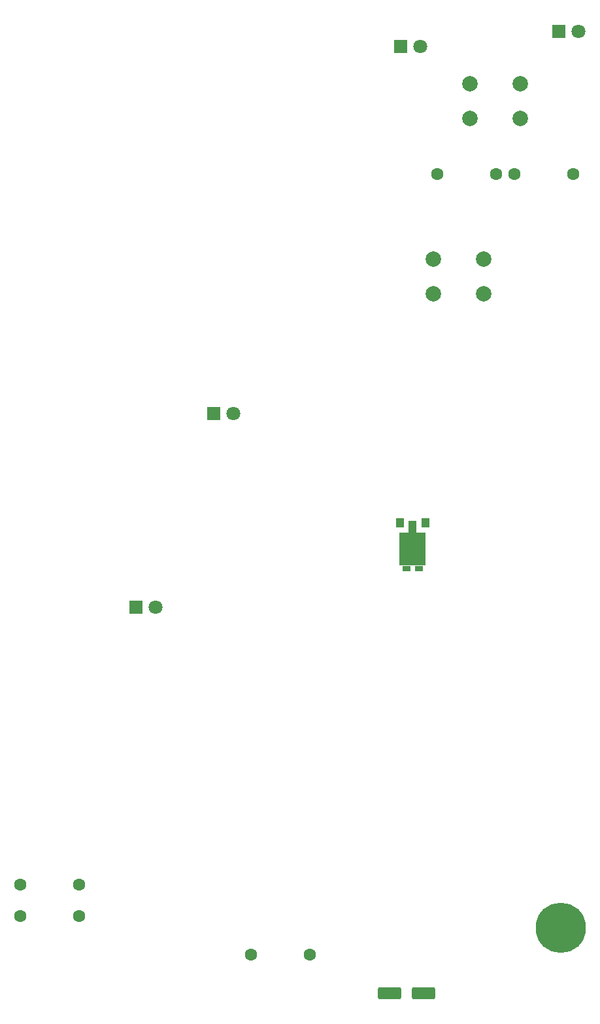
<source format=gbr>
%TF.GenerationSoftware,KiCad,Pcbnew,9.0.2*%
%TF.CreationDate,2025-06-05T12:57:38-04:00*%
%TF.ProjectId,athena workshop,61746865-6e61-4207-976f-726b73686f70,rev?*%
%TF.SameCoordinates,Original*%
%TF.FileFunction,Soldermask,Top*%
%TF.FilePolarity,Negative*%
%FSLAX46Y46*%
G04 Gerber Fmt 4.6, Leading zero omitted, Abs format (unit mm)*
G04 Created by KiCad (PCBNEW 9.0.2) date 2025-06-05 12:57:38*
%MOMM*%
%LPD*%
G01*
G04 APERTURE LIST*
G04 Aperture macros list*
%AMRoundRect*
0 Rectangle with rounded corners*
0 $1 Rounding radius*
0 $2 $3 $4 $5 $6 $7 $8 $9 X,Y pos of 4 corners*
0 Add a 4 corners polygon primitive as box body*
4,1,4,$2,$3,$4,$5,$6,$7,$8,$9,$2,$3,0*
0 Add four circle primitives for the rounded corners*
1,1,$1+$1,$2,$3*
1,1,$1+$1,$4,$5*
1,1,$1+$1,$6,$7*
1,1,$1+$1,$8,$9*
0 Add four rect primitives between the rounded corners*
20,1,$1+$1,$2,$3,$4,$5,0*
20,1,$1+$1,$4,$5,$6,$7,0*
20,1,$1+$1,$6,$7,$8,$9,0*
20,1,$1+$1,$8,$9,$2,$3,0*%
G04 Aperture macros list end*
%ADD10C,1.600000*%
%ADD11R,1.100000X1.300000*%
%ADD12R,1.000000X0.650000*%
%ADD13R,1.000000X1.500000*%
%ADD14R,3.400000X4.300000*%
%ADD15R,1.800000X1.800000*%
%ADD16C,1.800000*%
%ADD17RoundRect,0.250000X-1.250000X-0.550000X1.250000X-0.550000X1.250000X0.550000X-1.250000X0.550000X0*%
%ADD18C,2.000000*%
%ADD19C,6.500000*%
G04 APERTURE END LIST*
D10*
%TO.C,R3*%
X102500000Y-160000000D03*
X94880000Y-160000000D03*
%TD*%
%TO.C,R5*%
X72620000Y-155000000D03*
X65000000Y-155000000D03*
%TD*%
%TO.C,R4*%
X65000000Y-150950000D03*
X72620000Y-150950000D03*
%TD*%
D11*
%TO.C,M1*%
X114150000Y-104125000D03*
X117450000Y-104125000D03*
D12*
X115000000Y-110000000D03*
D13*
X115800000Y-104625000D03*
D14*
X115800000Y-107525000D03*
D12*
X116600000Y-110000000D03*
%TD*%
D15*
%TO.C,D3*%
X90000000Y-90000000D03*
D16*
X92540000Y-90000000D03*
%TD*%
D15*
%TO.C,D4*%
X80000000Y-115000000D03*
D16*
X82540000Y-115000000D03*
%TD*%
D17*
%TO.C,C1*%
X117200000Y-165000000D03*
X112800000Y-165000000D03*
%TD*%
D18*
%TO.C,SW2*%
X118500000Y-70000000D03*
X125000000Y-70000000D03*
X118500000Y-74500000D03*
X125000000Y-74500000D03*
%TD*%
D19*
%TO.C,REF\u002A\u002A*%
X135000000Y-156500000D03*
%TD*%
D18*
%TO.C,SW1*%
X123250000Y-47250000D03*
X129750000Y-47250000D03*
X123250000Y-51750000D03*
X129750000Y-51750000D03*
%TD*%
D15*
%TO.C,D2*%
X134725000Y-40500000D03*
D16*
X137265000Y-40500000D03*
%TD*%
D10*
%TO.C,R2*%
X119000000Y-59000000D03*
X126620000Y-59000000D03*
%TD*%
D15*
%TO.C,D1*%
X114225000Y-42500000D03*
D16*
X116765000Y-42500000D03*
%TD*%
D10*
%TO.C,R1*%
X129000000Y-59000000D03*
X136620000Y-59000000D03*
%TD*%
M02*

</source>
